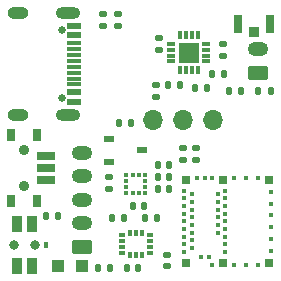
<source format=gbr>
%TF.GenerationSoftware,KiCad,Pcbnew,7.0.5*%
%TF.CreationDate,2023-07-12T14:46:01+02:00*%
%TF.ProjectId,euroslimenRFV2,6575726f-736c-4696-9d65-6e524656322e,rev?*%
%TF.SameCoordinates,Original*%
%TF.FileFunction,Soldermask,Top*%
%TF.FilePolarity,Negative*%
%FSLAX46Y46*%
G04 Gerber Fmt 4.6, Leading zero omitted, Abs format (unit mm)*
G04 Created by KiCad (PCBNEW 7.0.5) date 2023-07-12 14:46:01*
%MOMM*%
%LPD*%
G01*
G04 APERTURE LIST*
G04 Aperture macros list*
%AMRoundRect*
0 Rectangle with rounded corners*
0 $1 Rounding radius*
0 $2 $3 $4 $5 $6 $7 $8 $9 X,Y pos of 4 corners*
0 Add a 4 corners polygon primitive as box body*
4,1,4,$2,$3,$4,$5,$6,$7,$8,$9,$2,$3,0*
0 Add four circle primitives for the rounded corners*
1,1,$1+$1,$2,$3*
1,1,$1+$1,$4,$5*
1,1,$1+$1,$6,$7*
1,1,$1+$1,$8,$9*
0 Add four rect primitives between the rounded corners*
20,1,$1+$1,$2,$3,$4,$5,0*
20,1,$1+$1,$4,$5,$6,$7,0*
20,1,$1+$1,$6,$7,$8,$9,0*
20,1,$1+$1,$8,$9,$2,$3,0*%
G04 Aperture macros list end*
%ADD10RoundRect,0.135000X-0.185000X0.135000X-0.185000X-0.135000X0.185000X-0.135000X0.185000X0.135000X0*%
%ADD11RoundRect,0.135000X-0.135000X-0.185000X0.135000X-0.185000X0.135000X0.185000X-0.135000X0.185000X0*%
%ADD12RoundRect,0.140000X-0.170000X0.140000X-0.170000X-0.140000X0.170000X-0.140000X0.170000X0.140000X0*%
%ADD13RoundRect,0.135000X0.135000X0.185000X-0.135000X0.185000X-0.135000X-0.185000X0.135000X-0.185000X0*%
%ADD14R,0.750000X1.500000*%
%ADD15R,0.950000X0.950000*%
%ADD16RoundRect,0.140000X-0.140000X-0.170000X0.140000X-0.170000X0.140000X0.170000X-0.140000X0.170000X0*%
%ADD17RoundRect,0.140000X0.170000X-0.140000X0.170000X0.140000X-0.170000X0.140000X-0.170000X-0.140000X0*%
%ADD18R,0.800000X0.800000*%
%ADD19R,0.400000X0.400000*%
%ADD20R,0.533400X0.304800*%
%ADD21R,0.304800X0.533400*%
%ADD22C,0.900000*%
%ADD23R,1.500000X0.700000*%
%ADD24R,0.800000X1.000000*%
%ADD25RoundRect,0.135000X0.185000X-0.135000X0.185000X0.135000X-0.185000X0.135000X-0.185000X-0.135000X0*%
%ADD26RoundRect,0.140000X0.140000X0.170000X-0.140000X0.170000X-0.140000X-0.170000X0.140000X-0.170000X0*%
%ADD27C,0.800000*%
%ADD28R,0.900000X1.400000*%
%ADD29R,0.400000X0.600000*%
%ADD30R,1.100000X1.100000*%
%ADD31R,0.900000X0.600000*%
%ADD32R,0.800000X0.300000*%
%ADD33R,0.300000X0.800000*%
%ADD34R,1.750000X1.750000*%
%ADD35C,0.650000*%
%ADD36R,1.150000X0.600000*%
%ADD37R,1.150000X0.300000*%
%ADD38O,2.100000X1.000000*%
%ADD39O,1.800000X1.000000*%
%ADD40O,1.700000X1.700000*%
%ADD41RoundRect,0.250000X0.625000X-0.350000X0.625000X0.350000X-0.625000X0.350000X-0.625000X-0.350000X0*%
%ADD42O,1.750000X1.200000*%
G04 APERTURE END LIST*
D10*
%TO.C,R9*%
X111125000Y-64145000D03*
X111125000Y-65165000D03*
%TD*%
D11*
%TO.C,R11*%
X113935000Y-59285000D03*
X114955000Y-59285000D03*
%TD*%
D12*
%TO.C,C9*%
X103800000Y-66600000D03*
X103800000Y-67560000D03*
%TD*%
D13*
%TO.C,R10*%
X103860000Y-74270000D03*
X102840000Y-74270000D03*
%TD*%
D14*
%TO.C,LED1*%
X117445000Y-53655000D03*
D15*
X116070000Y-54305000D03*
D14*
X114695000Y-53655000D03*
%TD*%
D13*
%TO.C,R16*%
X113560000Y-57820000D03*
X112540000Y-57820000D03*
%TD*%
D16*
%TO.C,C5*%
X107955000Y-67595000D03*
X108915000Y-67595000D03*
%TD*%
D17*
%TO.C,C7*%
X113460000Y-56300000D03*
X113460000Y-55340000D03*
%TD*%
D12*
%TO.C,C2*%
X108685000Y-73165000D03*
X108685000Y-74125000D03*
%TD*%
D18*
%TO.C,nRF1*%
X110350000Y-73830000D03*
D19*
X111575000Y-73380000D03*
X112225000Y-73380000D03*
X112550000Y-74030000D03*
D18*
X113450000Y-73830000D03*
D19*
X113650000Y-72930000D03*
X113650000Y-72280000D03*
X113650000Y-71630000D03*
X113000000Y-71305000D03*
X113650000Y-70980000D03*
X113000000Y-70655000D03*
X113650000Y-70330000D03*
X113000000Y-70005000D03*
X113650000Y-69680000D03*
X113000000Y-69355000D03*
X113650000Y-69030000D03*
X113000000Y-68705000D03*
X113650000Y-68380000D03*
X113000000Y-68055000D03*
X113650000Y-67730000D03*
D18*
X113450000Y-66830000D03*
D19*
X112550000Y-66630000D03*
X111900000Y-66630000D03*
X111250000Y-66630000D03*
D18*
X110350000Y-66830000D03*
D19*
X110150000Y-67730000D03*
X110800000Y-68055000D03*
X110150000Y-68380000D03*
X110800000Y-68705000D03*
X110150000Y-69030000D03*
X110800000Y-69355000D03*
X110150000Y-69680000D03*
X110800000Y-70005000D03*
X110150000Y-70330000D03*
X110800000Y-70655000D03*
X110150000Y-70980000D03*
X110800000Y-71305000D03*
X110150000Y-71630000D03*
X110800000Y-71955000D03*
X110150000Y-72280000D03*
X110800000Y-72605000D03*
X110150000Y-72930000D03*
X114400000Y-74030000D03*
X115400000Y-74030000D03*
X116400000Y-74030000D03*
D18*
X117350000Y-73830000D03*
D19*
X117550000Y-72830000D03*
X117550000Y-71830000D03*
X117550000Y-70830000D03*
X117550000Y-69830000D03*
X117550000Y-68830000D03*
X117550000Y-67830000D03*
D18*
X117350000Y-66830000D03*
D19*
X116400000Y-66630000D03*
X115400000Y-66630000D03*
X114400000Y-66630000D03*
%TD*%
D16*
%TO.C,C1*%
X105325000Y-74300000D03*
X106285000Y-74300000D03*
%TD*%
%TO.C,C3*%
X105795000Y-69015000D03*
X106755000Y-69015000D03*
%TD*%
%TO.C,C11*%
X107955000Y-65595000D03*
X108915000Y-65595000D03*
%TD*%
D19*
%TO.C,MAG1*%
X105260000Y-66410000D03*
X105260000Y-66910000D03*
X105260000Y-67410000D03*
X105260000Y-67910000D03*
X105810000Y-67910000D03*
X106310000Y-67910000D03*
X106860000Y-67910000D03*
X106860000Y-67410000D03*
X106860000Y-66910000D03*
X106860000Y-66410000D03*
X106310000Y-66410000D03*
X105810000Y-66410000D03*
%TD*%
D11*
%TO.C,R2*%
X106815000Y-70055000D03*
X107835000Y-70055000D03*
%TD*%
D20*
%TO.C,IMU1*%
X104900900Y-71475411D03*
X104900900Y-71975537D03*
X104900900Y-72475663D03*
X104900900Y-72975789D03*
D21*
X105581874Y-73152700D03*
X106082000Y-73152700D03*
X106582126Y-73152700D03*
D20*
X107263100Y-72975789D03*
X107263100Y-72475663D03*
X107263100Y-71975537D03*
X107263100Y-71475411D03*
D21*
X106582126Y-71298500D03*
X106082000Y-71298500D03*
X105581874Y-71298500D03*
%TD*%
D22*
%TO.C,S1*%
X96632000Y-64332000D03*
X96632000Y-67332000D03*
D23*
X98482000Y-64832000D03*
X98482000Y-65832000D03*
X98482000Y-66832000D03*
D24*
X97732000Y-63032000D03*
X97732000Y-68632000D03*
X95532000Y-63032000D03*
X95532000Y-68632000D03*
%TD*%
D25*
%TO.C,R5*%
X104530000Y-53795000D03*
X104530000Y-52775000D03*
%TD*%
D26*
%TO.C,C8*%
X105630000Y-62040000D03*
X104670000Y-62040000D03*
%TD*%
D10*
%TO.C,R17*%
X107790000Y-58790000D03*
X107790000Y-59810000D03*
%TD*%
D27*
%TO.C,RST1*%
X97520000Y-72320000D03*
X95720000Y-72320000D03*
D28*
X95970000Y-70520000D03*
X95970000Y-74120000D03*
X97270000Y-70520000D03*
X97270000Y-74120000D03*
D29*
X98420000Y-72320000D03*
%TD*%
D17*
%TO.C,C10*%
X108000000Y-55800000D03*
X108000000Y-54840000D03*
%TD*%
D13*
%TO.C,R1*%
X105035000Y-70055000D03*
X104015000Y-70055000D03*
%TD*%
D30*
%TO.C,LED2*%
X99470000Y-74120000D03*
X101470000Y-74120000D03*
%TD*%
D25*
%TO.C,R8*%
X110020000Y-65165000D03*
X110020000Y-64145000D03*
%TD*%
%TO.C,R4*%
X103320000Y-53795000D03*
X103320000Y-52775000D03*
%TD*%
D13*
%TO.C,R6*%
X112120000Y-59020000D03*
X111100000Y-59020000D03*
%TD*%
D31*
%TO.C,LDO1*%
X103820000Y-63370000D03*
X103820000Y-65270000D03*
X106620000Y-64320000D03*
%TD*%
D13*
%TO.C,R7*%
X117470000Y-59310000D03*
X116450000Y-59310000D03*
%TD*%
D32*
%TO.C,IC1*%
X112040000Y-56800000D03*
X112040000Y-56300000D03*
X112040000Y-55800000D03*
X112040000Y-55300000D03*
D33*
X111290000Y-54550000D03*
X110790000Y-54550000D03*
X110290000Y-54550000D03*
X109790000Y-54550000D03*
D32*
X109040000Y-55300000D03*
X109040000Y-55800000D03*
X109040000Y-56300000D03*
X109040000Y-56800000D03*
D33*
X109790000Y-57550000D03*
X110290000Y-57550000D03*
X110790000Y-57550000D03*
X111290000Y-57550000D03*
D34*
X110540000Y-56050000D03*
%TD*%
D16*
%TO.C,C4*%
X107955000Y-66595000D03*
X108915000Y-66595000D03*
%TD*%
D35*
%TO.C,USB1*%
X99780000Y-54105000D03*
X99780000Y-59885000D03*
D36*
X100855000Y-53795000D03*
X100855000Y-54595000D03*
D37*
X100855000Y-55745000D03*
X100855000Y-56745000D03*
X100855000Y-57245000D03*
X100855000Y-58245000D03*
D36*
X100855000Y-59395000D03*
X100855000Y-60195000D03*
X100855000Y-60195000D03*
X100855000Y-59395000D03*
D37*
X100855000Y-58745000D03*
X100855000Y-57745000D03*
X100855000Y-56245000D03*
X100855000Y-55245000D03*
D36*
X100855000Y-54595000D03*
X100855000Y-53795000D03*
D38*
X100280000Y-52675000D03*
D39*
X96100000Y-52675000D03*
D38*
X100280000Y-61315000D03*
D39*
X96100000Y-61315000D03*
%TD*%
D16*
%TO.C,C6*%
X108830000Y-58790000D03*
X109790000Y-58790000D03*
%TD*%
D11*
%TO.C,R3*%
X98460000Y-69920000D03*
X99480000Y-69920000D03*
%TD*%
D40*
%TO.C,PROG1*%
X107510000Y-61760000D03*
X110050000Y-61760000D03*
X112590000Y-61760000D03*
%TD*%
D41*
%TO.C,EXT1*%
X101470000Y-72510000D03*
D42*
X101470000Y-70510000D03*
X101470000Y-68510000D03*
X101470000Y-66510000D03*
X101470000Y-64510000D03*
%TD*%
D41*
%TO.C,BAT1*%
X116430000Y-57770000D03*
D42*
X116430000Y-55770000D03*
%TD*%
M02*

</source>
